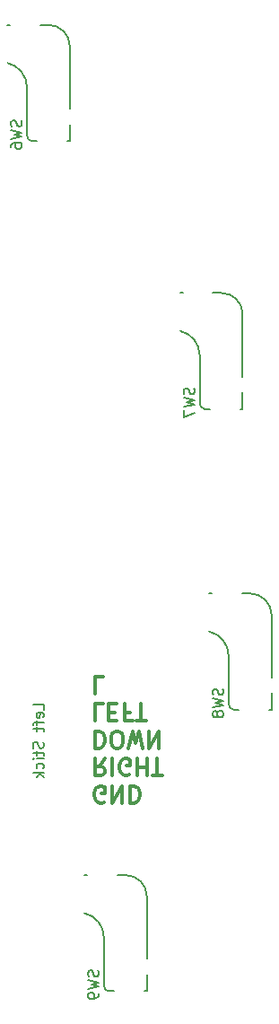
<source format=gbr>
%TF.GenerationSoftware,KiCad,Pcbnew,(6.0.7)*%
%TF.CreationDate,2023-01-05T19:37:19-06:00*%
%TF.ProjectId,OpenRectangle,4f70656e-5265-4637-9461-6e676c652e6b,rev?*%
%TF.SameCoordinates,Original*%
%TF.FileFunction,Legend,Bot*%
%TF.FilePolarity,Positive*%
%FSLAX46Y46*%
G04 Gerber Fmt 4.6, Leading zero omitted, Abs format (unit mm)*
G04 Created by KiCad (PCBNEW (6.0.7)) date 2023-01-05 19:37:19*
%MOMM*%
%LPD*%
G01*
G04 APERTURE LIST*
%ADD10C,0.300000*%
%ADD11C,0.150000*%
G04 APERTURE END LIST*
D10*
X333716913Y-103333500D02*
X333564532Y-103409690D01*
X333335961Y-103409690D01*
X333107389Y-103333500D01*
X332955008Y-103181119D01*
X332878818Y-103028738D01*
X332802627Y-102723976D01*
X332802627Y-102495404D01*
X332878818Y-102190642D01*
X332955008Y-102038261D01*
X333107389Y-101885880D01*
X333335961Y-101809690D01*
X333488342Y-101809690D01*
X333716913Y-101885880D01*
X333793104Y-101962071D01*
X333793104Y-102495404D01*
X333488342Y-102495404D01*
X334478818Y-101809690D02*
X334478818Y-103409690D01*
X335393104Y-101809690D01*
X335393104Y-103409690D01*
X336155008Y-101809690D02*
X336155008Y-103409690D01*
X336535961Y-103409690D01*
X336764532Y-103333500D01*
X336916913Y-103181119D01*
X336993104Y-103028738D01*
X337069294Y-102723976D01*
X337069294Y-102495404D01*
X336993104Y-102190642D01*
X336916913Y-102038261D01*
X336764532Y-101885880D01*
X336535961Y-101809690D01*
X336155008Y-101809690D01*
X333793104Y-99233690D02*
X333259770Y-99995595D01*
X332878818Y-99233690D02*
X332878818Y-100833690D01*
X333488342Y-100833690D01*
X333640723Y-100757500D01*
X333716913Y-100681309D01*
X333793104Y-100528928D01*
X333793104Y-100300357D01*
X333716913Y-100147976D01*
X333640723Y-100071785D01*
X333488342Y-99995595D01*
X332878818Y-99995595D01*
X334478818Y-99233690D02*
X334478818Y-100833690D01*
X336078818Y-100757500D02*
X335926437Y-100833690D01*
X335697866Y-100833690D01*
X335469294Y-100757500D01*
X335316913Y-100605119D01*
X335240723Y-100452738D01*
X335164532Y-100147976D01*
X335164532Y-99919404D01*
X335240723Y-99614642D01*
X335316913Y-99462261D01*
X335469294Y-99309880D01*
X335697866Y-99233690D01*
X335850246Y-99233690D01*
X336078818Y-99309880D01*
X336155008Y-99386071D01*
X336155008Y-99919404D01*
X335850246Y-99919404D01*
X336840723Y-99233690D02*
X336840723Y-100833690D01*
X336840723Y-100071785D02*
X337755008Y-100071785D01*
X337755008Y-99233690D02*
X337755008Y-100833690D01*
X338288342Y-100833690D02*
X339202627Y-100833690D01*
X338745485Y-99233690D02*
X338745485Y-100833690D01*
X332878818Y-96657690D02*
X332878818Y-98257690D01*
X333259770Y-98257690D01*
X333488342Y-98181500D01*
X333640723Y-98029119D01*
X333716913Y-97876738D01*
X333793104Y-97571976D01*
X333793104Y-97343404D01*
X333716913Y-97038642D01*
X333640723Y-96886261D01*
X333488342Y-96733880D01*
X333259770Y-96657690D01*
X332878818Y-96657690D01*
X334783580Y-98257690D02*
X335088342Y-98257690D01*
X335240723Y-98181500D01*
X335393104Y-98029119D01*
X335469294Y-97724357D01*
X335469294Y-97191023D01*
X335393104Y-96886261D01*
X335240723Y-96733880D01*
X335088342Y-96657690D01*
X334783580Y-96657690D01*
X334631199Y-96733880D01*
X334478818Y-96886261D01*
X334402627Y-97191023D01*
X334402627Y-97724357D01*
X334478818Y-98029119D01*
X334631199Y-98181500D01*
X334783580Y-98257690D01*
X336002627Y-98257690D02*
X336383580Y-96657690D01*
X336688342Y-97800547D01*
X336993104Y-96657690D01*
X337374056Y-98257690D01*
X337983580Y-96657690D02*
X337983580Y-98257690D01*
X338897866Y-96657690D01*
X338897866Y-98257690D01*
X333640723Y-94081690D02*
X332878818Y-94081690D01*
X332878818Y-95681690D01*
X334174056Y-94919785D02*
X334707389Y-94919785D01*
X334935961Y-94081690D02*
X334174056Y-94081690D01*
X334174056Y-95681690D01*
X334935961Y-95681690D01*
X336155008Y-94919785D02*
X335621675Y-94919785D01*
X335621675Y-94081690D02*
X335621675Y-95681690D01*
X336383580Y-95681690D01*
X336764532Y-95681690D02*
X337678818Y-95681690D01*
X337221675Y-94081690D02*
X337221675Y-95681690D01*
X333640723Y-91505690D02*
X332878818Y-91505690D01*
X332878818Y-93105690D01*
D11*
%TO.C,J1*%
X328005246Y-94636738D02*
X328005246Y-94160547D01*
X327005246Y-94160547D01*
X327957627Y-95351023D02*
X328005246Y-95255785D01*
X328005246Y-95065309D01*
X327957627Y-94970071D01*
X327862389Y-94922452D01*
X327481437Y-94922452D01*
X327386199Y-94970071D01*
X327338580Y-95065309D01*
X327338580Y-95255785D01*
X327386199Y-95351023D01*
X327481437Y-95398642D01*
X327576675Y-95398642D01*
X327671913Y-94922452D01*
X327338580Y-95684357D02*
X327338580Y-96065309D01*
X328005246Y-95827214D02*
X327148104Y-95827214D01*
X327052866Y-95874833D01*
X327005246Y-95970071D01*
X327005246Y-96065309D01*
X327338580Y-96255785D02*
X327338580Y-96636738D01*
X327005246Y-96398642D02*
X327862389Y-96398642D01*
X327957627Y-96446261D01*
X328005246Y-96541500D01*
X328005246Y-96636738D01*
X327957627Y-97684357D02*
X328005246Y-97827214D01*
X328005246Y-98065309D01*
X327957627Y-98160547D01*
X327910008Y-98208166D01*
X327814770Y-98255785D01*
X327719532Y-98255785D01*
X327624294Y-98208166D01*
X327576675Y-98160547D01*
X327529056Y-98065309D01*
X327481437Y-97874833D01*
X327433818Y-97779595D01*
X327386199Y-97731976D01*
X327290961Y-97684357D01*
X327195723Y-97684357D01*
X327100485Y-97731976D01*
X327052866Y-97779595D01*
X327005246Y-97874833D01*
X327005246Y-98112928D01*
X327052866Y-98255785D01*
X327338580Y-98541500D02*
X327338580Y-98922452D01*
X327005246Y-98684357D02*
X327862389Y-98684357D01*
X327957627Y-98731976D01*
X328005246Y-98827214D01*
X328005246Y-98922452D01*
X328005246Y-99255785D02*
X327338580Y-99255785D01*
X327005246Y-99255785D02*
X327052866Y-99208166D01*
X327100485Y-99255785D01*
X327052866Y-99303404D01*
X327005246Y-99255785D01*
X327100485Y-99255785D01*
X327957627Y-100160547D02*
X328005246Y-100065309D01*
X328005246Y-99874833D01*
X327957627Y-99779595D01*
X327910008Y-99731976D01*
X327814770Y-99684357D01*
X327529056Y-99684357D01*
X327433818Y-99731976D01*
X327386199Y-99779595D01*
X327338580Y-99874833D01*
X327338580Y-100065309D01*
X327386199Y-100160547D01*
X328005246Y-100589119D02*
X327005246Y-100589119D01*
X327624294Y-100684357D02*
X328005246Y-100970071D01*
X327338580Y-100970071D02*
X327719532Y-100589119D01*
%TO.C,SW9*%
X333150761Y-119234666D02*
X333198380Y-119377523D01*
X333198380Y-119615619D01*
X333150761Y-119710857D01*
X333103142Y-119758476D01*
X333007904Y-119806095D01*
X332912666Y-119806095D01*
X332817428Y-119758476D01*
X332769809Y-119710857D01*
X332722190Y-119615619D01*
X332674571Y-119425142D01*
X332626952Y-119329904D01*
X332579333Y-119282285D01*
X332484095Y-119234666D01*
X332388857Y-119234666D01*
X332293619Y-119282285D01*
X332246000Y-119329904D01*
X332198380Y-119425142D01*
X332198380Y-119663238D01*
X332246000Y-119806095D01*
X332198380Y-120139428D02*
X333198380Y-120377523D01*
X332484095Y-120568000D01*
X333198380Y-120758476D01*
X332198380Y-120996571D01*
X333198380Y-121425142D02*
X333198380Y-121615619D01*
X333150761Y-121710857D01*
X333103142Y-121758476D01*
X332960285Y-121853714D01*
X332769809Y-121901333D01*
X332388857Y-121901333D01*
X332293619Y-121853714D01*
X332246000Y-121806095D01*
X332198380Y-121710857D01*
X332198380Y-121520380D01*
X332246000Y-121425142D01*
X332293619Y-121377523D01*
X332388857Y-121329904D01*
X332626952Y-121329904D01*
X332722190Y-121377523D01*
X332769809Y-121425142D01*
X332817428Y-121520380D01*
X332817428Y-121710857D01*
X332769809Y-121806095D01*
X332722190Y-121853714D01*
X332626952Y-121901333D01*
%TO.C,SW6*%
X325884761Y-39026666D02*
X325932380Y-39169523D01*
X325932380Y-39407619D01*
X325884761Y-39502857D01*
X325837142Y-39550476D01*
X325741904Y-39598095D01*
X325646666Y-39598095D01*
X325551428Y-39550476D01*
X325503809Y-39502857D01*
X325456190Y-39407619D01*
X325408571Y-39217142D01*
X325360952Y-39121904D01*
X325313333Y-39074285D01*
X325218095Y-39026666D01*
X325122857Y-39026666D01*
X325027619Y-39074285D01*
X324980000Y-39121904D01*
X324932380Y-39217142D01*
X324932380Y-39455238D01*
X324980000Y-39598095D01*
X324932380Y-39931428D02*
X325932380Y-40169523D01*
X325218095Y-40360000D01*
X325932380Y-40550476D01*
X324932380Y-40788571D01*
X324932380Y-41598095D02*
X324932380Y-41407619D01*
X324980000Y-41312380D01*
X325027619Y-41264761D01*
X325170476Y-41169523D01*
X325360952Y-41121904D01*
X325741904Y-41121904D01*
X325837142Y-41169523D01*
X325884761Y-41217142D01*
X325932380Y-41312380D01*
X325932380Y-41502857D01*
X325884761Y-41598095D01*
X325837142Y-41645714D01*
X325741904Y-41693333D01*
X325503809Y-41693333D01*
X325408571Y-41645714D01*
X325360952Y-41598095D01*
X325313333Y-41502857D01*
X325313333Y-41312380D01*
X325360952Y-41217142D01*
X325408571Y-41169523D01*
X325503809Y-41121904D01*
%TO.C,SW8*%
X344913761Y-92662666D02*
X344961380Y-92805523D01*
X344961380Y-93043619D01*
X344913761Y-93138857D01*
X344866142Y-93186476D01*
X344770904Y-93234095D01*
X344675666Y-93234095D01*
X344580428Y-93186476D01*
X344532809Y-93138857D01*
X344485190Y-93043619D01*
X344437571Y-92853142D01*
X344389952Y-92757904D01*
X344342333Y-92710285D01*
X344247095Y-92662666D01*
X344151857Y-92662666D01*
X344056619Y-92710285D01*
X344009000Y-92757904D01*
X343961380Y-92853142D01*
X343961380Y-93091238D01*
X344009000Y-93234095D01*
X343961380Y-93567428D02*
X344961380Y-93805523D01*
X344247095Y-93996000D01*
X344961380Y-94186476D01*
X343961380Y-94424571D01*
X344389952Y-94948380D02*
X344342333Y-94853142D01*
X344294714Y-94805523D01*
X344199476Y-94757904D01*
X344151857Y-94757904D01*
X344056619Y-94805523D01*
X344009000Y-94853142D01*
X343961380Y-94948380D01*
X343961380Y-95138857D01*
X344009000Y-95234095D01*
X344056619Y-95281714D01*
X344151857Y-95329333D01*
X344199476Y-95329333D01*
X344294714Y-95281714D01*
X344342333Y-95234095D01*
X344389952Y-95138857D01*
X344389952Y-94948380D01*
X344437571Y-94853142D01*
X344485190Y-94805523D01*
X344580428Y-94757904D01*
X344770904Y-94757904D01*
X344866142Y-94805523D01*
X344913761Y-94853142D01*
X344961380Y-94948380D01*
X344961380Y-95138857D01*
X344913761Y-95234095D01*
X344866142Y-95281714D01*
X344770904Y-95329333D01*
X344580428Y-95329333D01*
X344485190Y-95281714D01*
X344437571Y-95234095D01*
X344389952Y-95138857D01*
%TO.C,SW7*%
X342187761Y-64306666D02*
X342235380Y-64449523D01*
X342235380Y-64687619D01*
X342187761Y-64782857D01*
X342140142Y-64830476D01*
X342044904Y-64878095D01*
X341949666Y-64878095D01*
X341854428Y-64830476D01*
X341806809Y-64782857D01*
X341759190Y-64687619D01*
X341711571Y-64497142D01*
X341663952Y-64401904D01*
X341616333Y-64354285D01*
X341521095Y-64306666D01*
X341425857Y-64306666D01*
X341330619Y-64354285D01*
X341283000Y-64401904D01*
X341235380Y-64497142D01*
X341235380Y-64735238D01*
X341283000Y-64878095D01*
X341235380Y-65211428D02*
X342235380Y-65449523D01*
X341521095Y-65640000D01*
X342235380Y-65830476D01*
X341235380Y-66068571D01*
X341235380Y-66354285D02*
X341235380Y-67020952D01*
X342235380Y-66592380D01*
%TO.C,SW9*%
X332096220Y-110232824D02*
X331856220Y-110232824D01*
X337746220Y-121182824D02*
X337516220Y-121182824D01*
X334666220Y-121182824D02*
X334196220Y-121182824D01*
X334946220Y-110232824D02*
X335746220Y-110232824D01*
X333696220Y-120682824D02*
X333696220Y-116118000D01*
X337746220Y-119632824D02*
X337746220Y-121182824D01*
X337746220Y-112232824D02*
X337746220Y-118132824D01*
X337746220Y-112232824D02*
G75*
G03*
X335746220Y-110232824I-2000004J-4D01*
G01*
X333696220Y-120682824D02*
G75*
G03*
X334196220Y-121182824I500001J1D01*
G01*
X333696220Y-116118000D02*
G75*
G03*
X331856220Y-113823678I-2349332J866D01*
G01*
%TO.C,SW6*%
X330480220Y-40974824D02*
X330250220Y-40974824D01*
X324830220Y-30024824D02*
X324590220Y-30024824D01*
X327400220Y-40974824D02*
X326930220Y-40974824D01*
X326430220Y-40474824D02*
X326430220Y-35910000D01*
X330480220Y-32024824D02*
X330480220Y-37924824D01*
X327680220Y-30024824D02*
X328480220Y-30024824D01*
X330480220Y-39424824D02*
X330480220Y-40974824D01*
X330480220Y-32024824D02*
G75*
G03*
X328480220Y-30024824I-2000004J-4D01*
G01*
X326430220Y-40474824D02*
G75*
G03*
X326930220Y-40974824I500001J1D01*
G01*
X326430220Y-35910000D02*
G75*
G03*
X324590220Y-33615678I-2349332J866D01*
G01*
%TO.C,SW8*%
X346429220Y-94610824D02*
X345959220Y-94610824D01*
X345459220Y-94110824D02*
X345459220Y-89546000D01*
X349509220Y-93060824D02*
X349509220Y-94610824D01*
X349509220Y-94610824D02*
X349279220Y-94610824D01*
X343859220Y-83660824D02*
X343619220Y-83660824D01*
X346709220Y-83660824D02*
X347509220Y-83660824D01*
X349509220Y-85660824D02*
X349509220Y-91560824D01*
X345459220Y-89546000D02*
G75*
G03*
X343619220Y-87251678I-2349332J866D01*
G01*
X345459220Y-94110824D02*
G75*
G03*
X345959220Y-94610824I500001J1D01*
G01*
X349509220Y-85660824D02*
G75*
G03*
X347509220Y-83660824I-2000004J-4D01*
G01*
%TO.C,SW7*%
X346783220Y-64704824D02*
X346783220Y-66254824D01*
X346783220Y-57304824D02*
X346783220Y-63204824D01*
X343983220Y-55304824D02*
X344783220Y-55304824D01*
X341133220Y-55304824D02*
X340893220Y-55304824D01*
X342733220Y-65754824D02*
X342733220Y-61190000D01*
X346783220Y-66254824D02*
X346553220Y-66254824D01*
X343703220Y-66254824D02*
X343233220Y-66254824D01*
X342733220Y-65754824D02*
G75*
G03*
X343233220Y-66254824I500001J1D01*
G01*
X342733220Y-61190000D02*
G75*
G03*
X340893220Y-58895678I-2349332J866D01*
G01*
X346783220Y-57304824D02*
G75*
G03*
X344783220Y-55304824I-2000004J-4D01*
G01*
%TD*%
M02*

</source>
